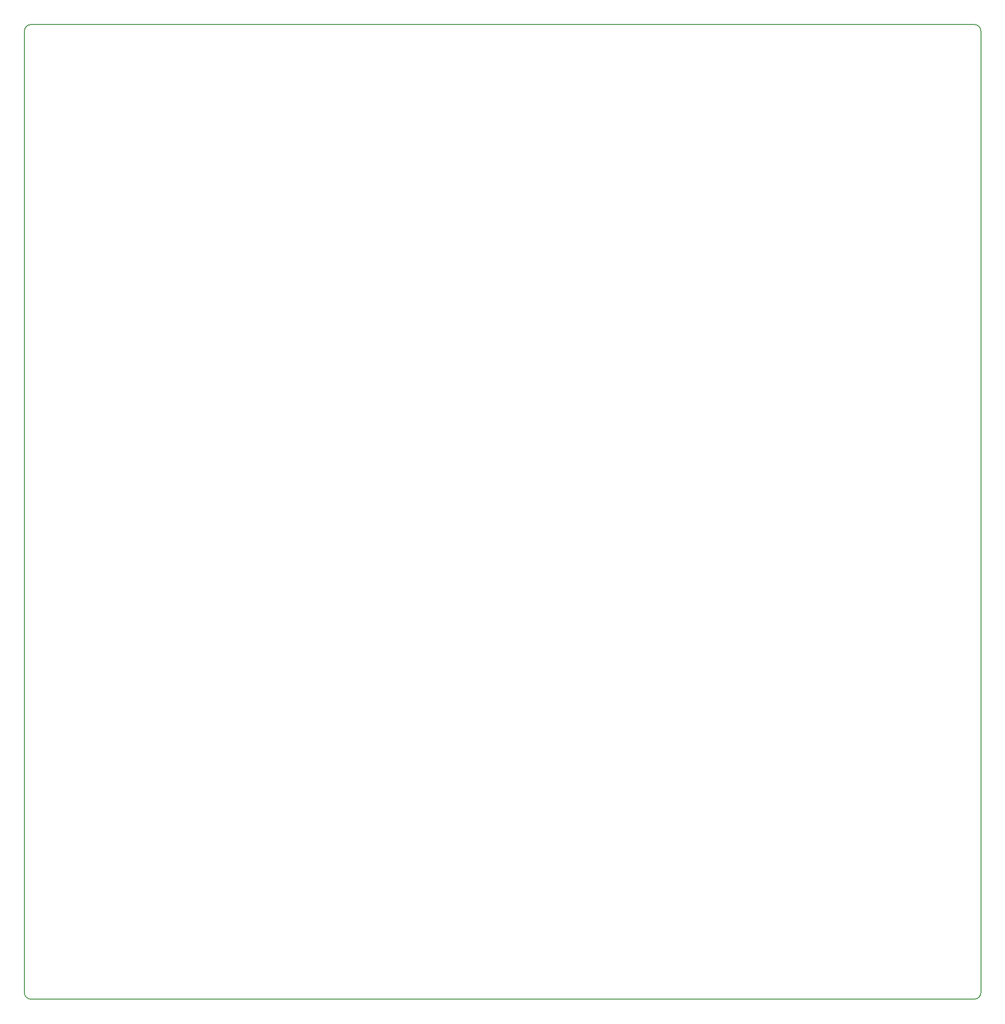
<source format=gbr>
G04 #@! TF.GenerationSoftware,KiCad,Pcbnew,(5.0.2)-1*
G04 #@! TF.CreationDate,2020-02-07T11:46:54+01:00*
G04 #@! TF.ProjectId,HB-WW-UB V2,48422d57-572d-4554-9220-56322e6b6963,V1.0.0*
G04 #@! TF.SameCoordinates,Original*
G04 #@! TF.FileFunction,Profile,NP*
%FSLAX46Y46*%
G04 Gerber Fmt 4.6, Leading zero omitted, Abs format (unit mm)*
G04 Created by KiCad (PCBNEW (5.0.2)-1) date 07.02.2020 11:46:54*
%MOMM*%
%LPD*%
G01*
G04 APERTURE LIST*
%ADD10C,0.150000*%
G04 APERTURE END LIST*
D10*
X13970000Y-13970000D02*
G75*
G02X15240000Y-12700000I1270000J0D01*
G01*
X191770000Y-12700000D02*
G75*
G02X193040000Y-13970000I0J-1270000D01*
G01*
X193040000Y-193730000D02*
G75*
G02X191770000Y-195000000I-1270000J0D01*
G01*
X15240000Y-195000000D02*
G75*
G02X13970000Y-193730000I0J1270000D01*
G01*
X15240000Y-12700000D02*
X191770000Y-12700000D01*
X13970000Y-193730000D02*
X13970000Y-13970000D01*
X191770000Y-195000000D02*
X15240000Y-195000000D01*
X193040000Y-13970000D02*
X193040000Y-193720000D01*
M02*

</source>
